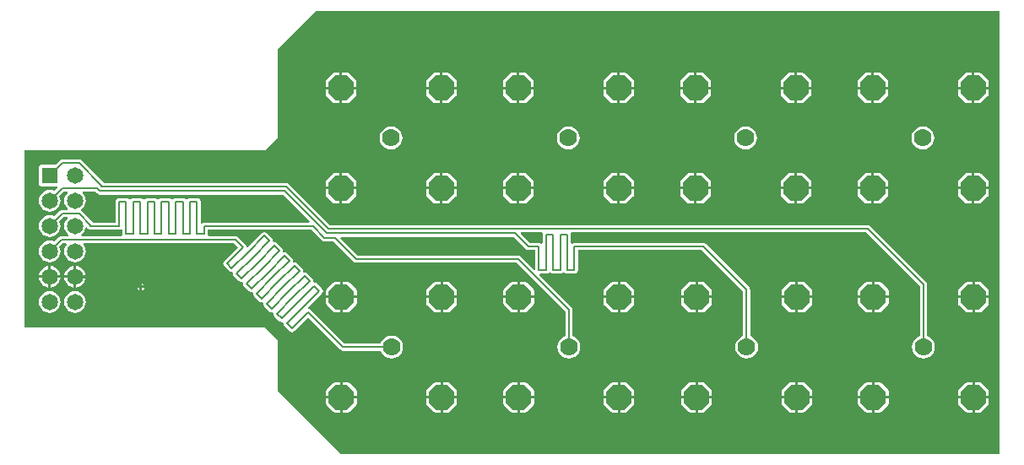
<source format=gbl>
G04 Layer_Physical_Order=2*
G04 Layer_Color=16711680*
%FSLAX25Y25*%
%MOIN*%
G70*
G01*
G75*
%ADD12C,0.01000*%
%ADD13C,0.00800*%
%ADD15C,0.06496*%
%ADD16R,0.06496X0.06496*%
%ADD17C,0.07000*%
%ADD18P,0.10824X8X202.5*%
%ADD19C,0.01000*%
G36*
X490000Y375000D02*
X230000D01*
X205000Y400000D01*
Y420000D01*
X200000Y425000D01*
X105000D01*
Y495000D01*
X200000D01*
X205000Y500000D01*
Y535000D01*
X220000Y550000D01*
X490000D01*
Y375000D01*
D02*
G37*
%LPC*%
G36*
X485820Y436499D02*
X480300D01*
Y430979D01*
X482300D01*
X482690Y431057D01*
X483021Y431278D01*
X485521Y433778D01*
X485742Y434109D01*
X485820Y434499D01*
Y436499D01*
D02*
G37*
G36*
X339300Y443019D02*
X337300D01*
X336910Y442941D01*
X336579Y442720D01*
X334079Y440220D01*
X333858Y439889D01*
X333780Y439499D01*
Y437499D01*
X339300D01*
Y443019D01*
D02*
G37*
G36*
X446220Y436499D02*
X440700D01*
Y430979D01*
X442700D01*
X443090Y431057D01*
X443421Y431278D01*
X445921Y433778D01*
X446142Y434109D01*
X446220Y434499D01*
Y436499D01*
D02*
G37*
G36*
X479300D02*
X473780D01*
Y434499D01*
X473858Y434109D01*
X474079Y433778D01*
X476579Y431278D01*
X476910Y431057D01*
X477300Y430979D01*
X479300D01*
Y436499D01*
D02*
G37*
G36*
X439700Y443019D02*
X437700D01*
X437310Y442941D01*
X436979Y442720D01*
X434479Y440220D01*
X434258Y439889D01*
X434180Y439499D01*
Y437499D01*
X439700D01*
Y443019D01*
D02*
G37*
G36*
X369900D02*
X367900D01*
X367510Y442941D01*
X367179Y442720D01*
X364679Y440220D01*
X364458Y439889D01*
X364380Y439499D01*
Y437499D01*
X369900D01*
Y443019D01*
D02*
G37*
G36*
X409500D02*
X407500D01*
X407110Y442941D01*
X406779Y442720D01*
X404279Y440220D01*
X404058Y439889D01*
X403980Y439499D01*
Y437499D01*
X409500D01*
Y443019D01*
D02*
G37*
G36*
X229700D02*
X227700D01*
X227310Y442941D01*
X226979Y442720D01*
X224479Y440220D01*
X224258Y439889D01*
X224180Y439499D01*
Y437499D01*
X229700D01*
Y443019D01*
D02*
G37*
G36*
X269300D02*
X267300D01*
X266910Y442941D01*
X266579Y442720D01*
X264079Y440220D01*
X263858Y439889D01*
X263780Y439499D01*
Y437499D01*
X269300D01*
Y443019D01*
D02*
G37*
G36*
X339300Y436499D02*
X333780D01*
Y434499D01*
X333858Y434109D01*
X334079Y433778D01*
X336579Y431278D01*
X336910Y431057D01*
X337300Y430979D01*
X339300D01*
Y436499D01*
D02*
G37*
G36*
X345820D02*
X340300D01*
Y430979D01*
X342300D01*
X342690Y431057D01*
X343021Y431278D01*
X345521Y433778D01*
X345742Y434109D01*
X345820Y434499D01*
Y436499D01*
D02*
G37*
G36*
X299700D02*
X294180D01*
Y434499D01*
X294258Y434109D01*
X294479Y433778D01*
X296979Y431278D01*
X297310Y431057D01*
X297700Y430979D01*
X299700D01*
Y436499D01*
D02*
G37*
G36*
X306220D02*
X300700D01*
Y430979D01*
X302700D01*
X303090Y431057D01*
X303421Y431278D01*
X305921Y433778D01*
X306142Y434109D01*
X306220Y434499D01*
Y436499D01*
D02*
G37*
G36*
X369900D02*
X364380D01*
Y434499D01*
X364458Y434109D01*
X364679Y433778D01*
X367179Y431278D01*
X367510Y431057D01*
X367900Y430979D01*
X369900D01*
Y436499D01*
D02*
G37*
G36*
X416020D02*
X410500D01*
Y430979D01*
X412500D01*
X412890Y431057D01*
X413221Y431278D01*
X415721Y433778D01*
X415942Y434109D01*
X416020Y434499D01*
Y436499D01*
D02*
G37*
G36*
X439700D02*
X434180D01*
Y434499D01*
X434258Y434109D01*
X434479Y433778D01*
X436979Y431278D01*
X437310Y431057D01*
X437700Y430979D01*
X439700D01*
Y436499D01*
D02*
G37*
G36*
X376420D02*
X370900D01*
Y430979D01*
X372900D01*
X373290Y431057D01*
X373621Y431278D01*
X376121Y433778D01*
X376342Y434109D01*
X376420Y434499D01*
Y436499D01*
D02*
G37*
G36*
X409500D02*
X403980D01*
Y434499D01*
X404058Y434109D01*
X404279Y433778D01*
X406779Y431278D01*
X407110Y431057D01*
X407500Y430979D01*
X409500D01*
Y436499D01*
D02*
G37*
G36*
X479300Y443019D02*
X477300D01*
X476910Y442941D01*
X476579Y442720D01*
X474079Y440220D01*
X473858Y439889D01*
X473780Y439499D01*
Y437499D01*
X479300D01*
Y443019D01*
D02*
G37*
G36*
X114500Y444500D02*
X110781D01*
X110861Y443891D01*
X111289Y442858D01*
X111970Y441970D01*
X112858Y441289D01*
X113891Y440861D01*
X114500Y440781D01*
Y444500D01*
D02*
G37*
G36*
X124500D02*
X120781D01*
X120861Y443891D01*
X121289Y442858D01*
X121970Y441970D01*
X122858Y441289D01*
X123891Y440861D01*
X124500Y440781D01*
Y444500D01*
D02*
G37*
G36*
X150500Y440500D02*
X149570D01*
X149587Y440415D01*
X149919Y439919D01*
X150415Y439587D01*
X150500Y439570D01*
Y440500D01*
D02*
G37*
G36*
X152430D02*
X151500D01*
Y439570D01*
X151585Y439587D01*
X152081Y439919D01*
X152413Y440415D01*
X152430Y440500D01*
D02*
G37*
G36*
X119219Y444500D02*
X115500D01*
Y440781D01*
X116109Y440861D01*
X117142Y441289D01*
X118030Y441970D01*
X118711Y442858D01*
X119139Y443891D01*
X119219Y444500D01*
D02*
G37*
G36*
X151500Y442430D02*
Y441500D01*
X152430D01*
X152413Y441585D01*
X152081Y442081D01*
X151585Y442413D01*
X151500Y442430D01*
D02*
G37*
G36*
X114500Y449219D02*
X113891Y449139D01*
X112858Y448711D01*
X111970Y448030D01*
X111289Y447142D01*
X110861Y446109D01*
X110781Y445500D01*
X114500D01*
Y449219D01*
D02*
G37*
G36*
X129219Y444500D02*
X125500D01*
Y440781D01*
X126109Y440861D01*
X127142Y441289D01*
X128030Y441970D01*
X128711Y442858D01*
X129139Y443891D01*
X129219Y444500D01*
D02*
G37*
G36*
X150500Y442430D02*
X150415Y442413D01*
X149919Y442081D01*
X149587Y441585D01*
X149570Y441500D01*
X150500D01*
Y442430D01*
D02*
G37*
G36*
X442700Y443019D02*
X440700D01*
Y437499D01*
X446220D01*
Y439499D01*
X446142Y439889D01*
X445921Y440220D01*
X443421Y442720D01*
X443090Y442941D01*
X442700Y443019D01*
D02*
G37*
G36*
X232700D02*
X230700D01*
Y437499D01*
X236220D01*
Y439499D01*
X236142Y439889D01*
X235921Y440220D01*
X233421Y442720D01*
X233090Y442941D01*
X232700Y443019D01*
D02*
G37*
G36*
X299700D02*
X297700D01*
X297310Y442941D01*
X296979Y442720D01*
X294479Y440220D01*
X294258Y439889D01*
X294180Y439499D01*
Y437499D01*
X299700D01*
Y443019D01*
D02*
G37*
G36*
X342300D02*
X340300D01*
Y437499D01*
X345820D01*
Y439499D01*
X345742Y439889D01*
X345521Y440220D01*
X343021Y442720D01*
X342690Y442941D01*
X342300Y443019D01*
D02*
G37*
G36*
X272300D02*
X270300D01*
Y437499D01*
X275820D01*
Y439499D01*
X275742Y439889D01*
X275521Y440220D01*
X273021Y442720D01*
X272690Y442941D01*
X272300Y443019D01*
D02*
G37*
G36*
X482300D02*
X480300D01*
Y437499D01*
X485820D01*
Y439499D01*
X485742Y439889D01*
X485521Y440220D01*
X483021Y442720D01*
X482690Y442941D01*
X482300Y443019D01*
D02*
G37*
G36*
X302700D02*
X300700D01*
Y437499D01*
X306220D01*
Y439499D01*
X306142Y439889D01*
X305921Y440220D01*
X303421Y442720D01*
X303090Y442941D01*
X302700Y443019D01*
D02*
G37*
G36*
X372900D02*
X370900D01*
Y437499D01*
X376420D01*
Y439499D01*
X376342Y439889D01*
X376121Y440220D01*
X373621Y442720D01*
X373290Y442941D01*
X372900Y443019D01*
D02*
G37*
G36*
X412500D02*
X410500D01*
Y437499D01*
X416020D01*
Y439499D01*
X415942Y439889D01*
X415721Y440220D01*
X413221Y442720D01*
X412890Y442941D01*
X412500Y443019D01*
D02*
G37*
G36*
X275820Y436499D02*
X270300D01*
Y430979D01*
X272300D01*
X272690Y431057D01*
X273021Y431278D01*
X275521Y433778D01*
X275742Y434109D01*
X275820Y434499D01*
Y436499D01*
D02*
G37*
G36*
X416020Y396899D02*
X410500D01*
Y391379D01*
X412500D01*
X412890Y391457D01*
X413221Y391678D01*
X415721Y394178D01*
X415942Y394509D01*
X416020Y394899D01*
Y396899D01*
D02*
G37*
G36*
X439700D02*
X434180D01*
Y394899D01*
X434258Y394509D01*
X434479Y394178D01*
X436979Y391678D01*
X437310Y391457D01*
X437700Y391379D01*
X439700D01*
Y396899D01*
D02*
G37*
G36*
X376420D02*
X370900D01*
Y391379D01*
X372900D01*
X373290Y391457D01*
X373621Y391678D01*
X376121Y394178D01*
X376342Y394509D01*
X376420Y394899D01*
Y396899D01*
D02*
G37*
G36*
X409500D02*
X403980D01*
Y394899D01*
X404058Y394509D01*
X404279Y394178D01*
X406779Y391678D01*
X407110Y391457D01*
X407500Y391379D01*
X409500D01*
Y396899D01*
D02*
G37*
G36*
X446220D02*
X440700D01*
Y391379D01*
X442700D01*
X443090Y391457D01*
X443421Y391678D01*
X445921Y394178D01*
X446142Y394509D01*
X446220Y394899D01*
Y396899D01*
D02*
G37*
G36*
X339300Y403419D02*
X337300D01*
X336910Y403341D01*
X336579Y403120D01*
X334079Y400620D01*
X333858Y400289D01*
X333780Y399899D01*
Y397899D01*
X339300D01*
Y403419D01*
D02*
G37*
G36*
X439700D02*
X437700D01*
X437310Y403341D01*
X436979Y403120D01*
X434479Y400620D01*
X434258Y400289D01*
X434180Y399899D01*
Y397899D01*
X439700D01*
Y403419D01*
D02*
G37*
G36*
X479300Y396899D02*
X473780D01*
Y394899D01*
X473858Y394509D01*
X474079Y394178D01*
X476579Y391678D01*
X476910Y391457D01*
X477300Y391379D01*
X479300D01*
Y396899D01*
D02*
G37*
G36*
X485820D02*
X480300D01*
Y391379D01*
X482300D01*
X482690Y391457D01*
X483021Y391678D01*
X485521Y394178D01*
X485742Y394509D01*
X485820Y394899D01*
Y396899D01*
D02*
G37*
G36*
X269300D02*
X263780D01*
Y394899D01*
X263858Y394509D01*
X264079Y394178D01*
X266579Y391678D01*
X266910Y391457D01*
X267300Y391379D01*
X269300D01*
Y396899D01*
D02*
G37*
G36*
X275820D02*
X270300D01*
Y391379D01*
X272300D01*
X272690Y391457D01*
X273021Y391678D01*
X275521Y394178D01*
X275742Y394509D01*
X275820Y394899D01*
Y396899D01*
D02*
G37*
G36*
X229700D02*
X224180D01*
Y394899D01*
X224258Y394509D01*
X224479Y394178D01*
X226979Y391678D01*
X227310Y391457D01*
X227700Y391379D01*
X229700D01*
Y396899D01*
D02*
G37*
G36*
X236220D02*
X230700D01*
Y391379D01*
X232700D01*
X233090Y391457D01*
X233421Y391678D01*
X235921Y394178D01*
X236142Y394509D01*
X236220Y394899D01*
Y396899D01*
D02*
G37*
G36*
X299700D02*
X294180D01*
Y394899D01*
X294258Y394509D01*
X294479Y394178D01*
X296979Y391678D01*
X297310Y391457D01*
X297700Y391379D01*
X299700D01*
Y396899D01*
D02*
G37*
G36*
X345820D02*
X340300D01*
Y391379D01*
X342300D01*
X342690Y391457D01*
X343021Y391678D01*
X345521Y394178D01*
X345742Y394509D01*
X345820Y394899D01*
Y396899D01*
D02*
G37*
G36*
X369900D02*
X364380D01*
Y394899D01*
X364458Y394509D01*
X364679Y394178D01*
X367179Y391678D01*
X367510Y391457D01*
X367900Y391379D01*
X369900D01*
Y396899D01*
D02*
G37*
G36*
X306220D02*
X300700D01*
Y391379D01*
X302700D01*
X303090Y391457D01*
X303421Y391678D01*
X305921Y394178D01*
X306142Y394509D01*
X306220Y394899D01*
Y396899D01*
D02*
G37*
G36*
X339300D02*
X333780D01*
Y394899D01*
X333858Y394509D01*
X334079Y394178D01*
X336579Y391678D01*
X336910Y391457D01*
X337300Y391379D01*
X339300D01*
Y396899D01*
D02*
G37*
G36*
X229700Y403419D02*
X227700D01*
X227310Y403341D01*
X226979Y403120D01*
X224479Y400620D01*
X224258Y400289D01*
X224180Y399899D01*
Y397899D01*
X229700D01*
Y403419D01*
D02*
G37*
G36*
X482300D02*
X480300D01*
Y397899D01*
X485820D01*
Y399899D01*
X485742Y400289D01*
X485521Y400620D01*
X483021Y403120D01*
X482690Y403341D01*
X482300Y403419D01*
D02*
G37*
G36*
X302700D02*
X300700D01*
Y397899D01*
X306220D01*
Y399899D01*
X306142Y400289D01*
X305921Y400620D01*
X303421Y403120D01*
X303090Y403341D01*
X302700Y403419D01*
D02*
G37*
G36*
X372900D02*
X370900D01*
Y397899D01*
X376420D01*
Y399899D01*
X376342Y400289D01*
X376121Y400620D01*
X373621Y403120D01*
X373290Y403341D01*
X372900Y403419D01*
D02*
G37*
G36*
X412500D02*
X410500D01*
Y397899D01*
X416020D01*
Y399899D01*
X415942Y400289D01*
X415721Y400620D01*
X413221Y403120D01*
X412890Y403341D01*
X412500Y403419D01*
D02*
G37*
G36*
X115000Y439285D02*
X113891Y439139D01*
X112858Y438711D01*
X111970Y438030D01*
X111289Y437142D01*
X110861Y436109D01*
X110715Y435000D01*
X110861Y433891D01*
X111289Y432858D01*
X111970Y431970D01*
X112858Y431289D01*
X113891Y430861D01*
X115000Y430715D01*
X116109Y430861D01*
X117142Y431289D01*
X118030Y431970D01*
X118711Y432858D01*
X119139Y433891D01*
X119285Y435000D01*
X119139Y436109D01*
X118711Y437142D01*
X118030Y438030D01*
X117142Y438711D01*
X116109Y439139D01*
X115000Y439285D01*
D02*
G37*
G36*
X236220Y436499D02*
X230700D01*
Y430979D01*
X232700D01*
X233090Y431057D01*
X233421Y431278D01*
X235921Y433778D01*
X236142Y434109D01*
X236220Y434499D01*
Y436499D01*
D02*
G37*
G36*
X269300D02*
X263780D01*
Y434499D01*
X263858Y434109D01*
X264079Y433778D01*
X266579Y431278D01*
X266910Y431057D01*
X267300Y430979D01*
X269300D01*
Y436499D01*
D02*
G37*
G36*
X125000Y439285D02*
X123891Y439139D01*
X122858Y438711D01*
X121970Y438030D01*
X121289Y437142D01*
X120861Y436109D01*
X120715Y435000D01*
X120861Y433891D01*
X121289Y432858D01*
X121970Y431970D01*
X122858Y431289D01*
X123891Y430861D01*
X125000Y430715D01*
X126109Y430861D01*
X127142Y431289D01*
X128030Y431970D01*
X128711Y432858D01*
X129139Y433891D01*
X129285Y435000D01*
X129139Y436109D01*
X128711Y437142D01*
X128030Y438030D01*
X127142Y438711D01*
X126109Y439139D01*
X125000Y439285D01*
D02*
G37*
G36*
X229700Y436499D02*
X224180D01*
Y434499D01*
X224258Y434109D01*
X224479Y433778D01*
X226979Y431278D01*
X227310Y431057D01*
X227700Y430979D01*
X229700D01*
Y436499D01*
D02*
G37*
G36*
X409500Y403419D02*
X407500D01*
X407110Y403341D01*
X406779Y403120D01*
X404279Y400620D01*
X404058Y400289D01*
X403980Y399899D01*
Y397899D01*
X409500D01*
Y403419D01*
D02*
G37*
G36*
X479300D02*
X477300D01*
X476910Y403341D01*
X476579Y403120D01*
X474079Y400620D01*
X473858Y400289D01*
X473780Y399899D01*
Y397899D01*
X479300D01*
Y403419D01*
D02*
G37*
G36*
X269300D02*
X267300D01*
X266910Y403341D01*
X266579Y403120D01*
X264079Y400620D01*
X263858Y400289D01*
X263780Y399899D01*
Y397899D01*
X269300D01*
Y403419D01*
D02*
G37*
G36*
X369900D02*
X367900D01*
X367510Y403341D01*
X367179Y403120D01*
X364679Y400620D01*
X364458Y400289D01*
X364380Y399899D01*
Y397899D01*
X369900D01*
Y403419D01*
D02*
G37*
G36*
X299700D02*
X297700D01*
X297310Y403341D01*
X296979Y403120D01*
X294479Y400620D01*
X294258Y400289D01*
X294180Y399899D01*
Y397899D01*
X299700D01*
Y403419D01*
D02*
G37*
G36*
X232700D02*
X230700D01*
Y397899D01*
X236220D01*
Y399899D01*
X236142Y400289D01*
X235921Y400620D01*
X233421Y403120D01*
X233090Y403341D01*
X232700Y403419D01*
D02*
G37*
G36*
X272300D02*
X270300D01*
Y397899D01*
X275820D01*
Y399899D01*
X275742Y400289D01*
X275521Y400620D01*
X273021Y403120D01*
X272690Y403341D01*
X272300Y403419D01*
D02*
G37*
G36*
X342300D02*
X340300D01*
Y397899D01*
X345820D01*
Y399899D01*
X345742Y400289D01*
X345521Y400620D01*
X343021Y403120D01*
X342690Y403341D01*
X342300Y403419D01*
D02*
G37*
G36*
X442700D02*
X440700D01*
Y397899D01*
X446220D01*
Y399899D01*
X446142Y400289D01*
X445921Y400620D01*
X443421Y403120D01*
X443090Y403341D01*
X442700Y403419D01*
D02*
G37*
G36*
X339100Y519100D02*
X333580D01*
Y517100D01*
X333658Y516710D01*
X333879Y516379D01*
X336379Y513879D01*
X336710Y513658D01*
X337100Y513580D01*
X339100D01*
Y519100D01*
D02*
G37*
G36*
X345620D02*
X340100D01*
Y513580D01*
X342100D01*
X342490Y513658D01*
X342821Y513879D01*
X345321Y516379D01*
X345542Y516710D01*
X345620Y517100D01*
Y519100D01*
D02*
G37*
G36*
X299500D02*
X293980D01*
Y517100D01*
X294058Y516710D01*
X294279Y516379D01*
X296779Y513879D01*
X297110Y513658D01*
X297500Y513580D01*
X299500D01*
Y519100D01*
D02*
G37*
G36*
X306020D02*
X300500D01*
Y513580D01*
X302500D01*
X302890Y513658D01*
X303221Y513879D01*
X305721Y516379D01*
X305942Y516710D01*
X306020Y517100D01*
Y519100D01*
D02*
G37*
G36*
X369500D02*
X363980D01*
Y517100D01*
X364058Y516710D01*
X364279Y516379D01*
X366779Y513879D01*
X367110Y513658D01*
X367500Y513580D01*
X369500D01*
Y519100D01*
D02*
G37*
G36*
X415620D02*
X410100D01*
Y513580D01*
X412100D01*
X412490Y513658D01*
X412821Y513879D01*
X415321Y516379D01*
X415542Y516710D01*
X415620Y517100D01*
Y519100D01*
D02*
G37*
G36*
X439500D02*
X433980D01*
Y517100D01*
X434058Y516710D01*
X434279Y516379D01*
X436779Y513879D01*
X437110Y513658D01*
X437500Y513580D01*
X439500D01*
Y519100D01*
D02*
G37*
G36*
X376020D02*
X370500D01*
Y513580D01*
X372500D01*
X372890Y513658D01*
X373221Y513879D01*
X375721Y516379D01*
X375942Y516710D01*
X376020Y517100D01*
Y519100D01*
D02*
G37*
G36*
X409100D02*
X403580D01*
Y517100D01*
X403658Y516710D01*
X403879Y516379D01*
X406379Y513879D01*
X406710Y513658D01*
X407100Y513580D01*
X409100D01*
Y519100D01*
D02*
G37*
G36*
X275620D02*
X270100D01*
Y513580D01*
X272100D01*
X272490Y513658D01*
X272821Y513879D01*
X275321Y516379D01*
X275542Y516710D01*
X275620Y517100D01*
Y519100D01*
D02*
G37*
G36*
X249800Y504339D02*
X248625Y504184D01*
X247531Y503731D01*
X246591Y503009D01*
X245869Y502069D01*
X245416Y500975D01*
X245261Y499800D01*
X245416Y498625D01*
X245869Y497531D01*
X246591Y496591D01*
X247531Y495869D01*
X248625Y495416D01*
X249800Y495261D01*
X250975Y495416D01*
X252069Y495869D01*
X253009Y496591D01*
X253731Y497531D01*
X254184Y498625D01*
X254339Y499800D01*
X254184Y500975D01*
X253731Y502069D01*
X253009Y503009D01*
X252069Y503731D01*
X250975Y504184D01*
X249800Y504339D01*
D02*
G37*
G36*
X319800D02*
X318625Y504184D01*
X317531Y503731D01*
X316591Y503009D01*
X315869Y502069D01*
X315416Y500975D01*
X315261Y499800D01*
X315416Y498625D01*
X315869Y497531D01*
X316591Y496591D01*
X317531Y495869D01*
X318625Y495416D01*
X319800Y495261D01*
X320975Y495416D01*
X322069Y495869D01*
X323009Y496591D01*
X323731Y497531D01*
X324184Y498625D01*
X324339Y499800D01*
X324184Y500975D01*
X323731Y502069D01*
X323009Y503009D01*
X322069Y503731D01*
X320975Y504184D01*
X319800Y504339D01*
D02*
G37*
G36*
X482100Y486020D02*
X480100D01*
Y480500D01*
X485620D01*
Y482500D01*
X485542Y482890D01*
X485321Y483221D01*
X482821Y485721D01*
X482490Y485942D01*
X482100Y486020D01*
D02*
G37*
G36*
X126573Y491427D02*
X126573Y491427D01*
X120000D01*
X120000Y491427D01*
X119454Y491319D01*
X118991Y491009D01*
X118991Y491009D01*
X117249Y489268D01*
X111752D01*
X111362Y489190D01*
X111031Y488969D01*
X110810Y488638D01*
X110732Y488248D01*
Y481752D01*
X110810Y481362D01*
X111031Y481031D01*
X111362Y480810D01*
X111752Y480732D01*
X118007D01*
X118214Y480232D01*
X116824Y478842D01*
X116109Y479139D01*
X115000Y479285D01*
X113891Y479139D01*
X112858Y478711D01*
X111970Y478030D01*
X111289Y477142D01*
X110861Y476109D01*
X110715Y475000D01*
X110861Y473891D01*
X111289Y472858D01*
X111970Y471970D01*
X112858Y471289D01*
X113891Y470861D01*
X115000Y470715D01*
X116109Y470861D01*
X117142Y471289D01*
X118030Y471970D01*
X118711Y472858D01*
X119139Y473891D01*
X119285Y475000D01*
X119139Y476109D01*
X118842Y476824D01*
X120591Y478573D01*
X121900D01*
X122061Y478099D01*
X121970Y478030D01*
X121289Y477142D01*
X120861Y476109D01*
X120715Y475000D01*
X120861Y473891D01*
X121289Y472858D01*
X121970Y471970D01*
X122061Y471901D01*
X121900Y471427D01*
X120000D01*
X120000Y471427D01*
X119454Y471319D01*
X118991Y471009D01*
X118991Y471009D01*
X116824Y468843D01*
X116109Y469139D01*
X115000Y469285D01*
X113891Y469139D01*
X112858Y468711D01*
X111970Y468030D01*
X111289Y467142D01*
X110861Y466109D01*
X110715Y465000D01*
X110861Y463891D01*
X111289Y462858D01*
X111970Y461970D01*
X112858Y461289D01*
X113891Y460861D01*
X115000Y460715D01*
X116109Y460861D01*
X117142Y461289D01*
X118030Y461970D01*
X118711Y462858D01*
X119139Y463891D01*
X119285Y465000D01*
X119139Y466109D01*
X118842Y466824D01*
X120591Y468573D01*
X121900D01*
X122061Y468099D01*
X121970Y468030D01*
X121289Y467142D01*
X120861Y466109D01*
X120715Y465000D01*
X120861Y463891D01*
X121289Y462858D01*
X121970Y461970D01*
X122485Y461575D01*
X122315Y461075D01*
X119648D01*
X119102Y460967D01*
X118639Y460657D01*
X118639Y460657D01*
X116824Y458843D01*
X116109Y459139D01*
X115000Y459285D01*
X113891Y459139D01*
X112858Y458711D01*
X111970Y458030D01*
X111289Y457142D01*
X110861Y456109D01*
X110715Y455000D01*
X110861Y453891D01*
X111289Y452858D01*
X111970Y451970D01*
X112858Y451289D01*
X113891Y450861D01*
X115000Y450715D01*
X116109Y450861D01*
X117142Y451289D01*
X118030Y451970D01*
X118711Y452858D01*
X119139Y453891D01*
X119285Y455000D01*
X119139Y456109D01*
X118842Y456824D01*
X120239Y458221D01*
X121486D01*
X121733Y457721D01*
X121289Y457142D01*
X120861Y456109D01*
X120715Y455000D01*
X120861Y453891D01*
X121289Y452858D01*
X121970Y451970D01*
X122858Y451289D01*
X123891Y450861D01*
X125000Y450715D01*
X126109Y450861D01*
X127142Y451289D01*
X128030Y451970D01*
X128711Y452858D01*
X129139Y453891D01*
X129285Y455000D01*
X129139Y456109D01*
X128711Y457142D01*
X128267Y457721D01*
X128514Y458221D01*
X187761D01*
X188333Y457649D01*
X188333Y457649D01*
X189303Y456678D01*
X183875Y451250D01*
X183565Y450787D01*
X183457Y450241D01*
X183565Y449694D01*
X183875Y449231D01*
X185855Y447251D01*
X185855Y447251D01*
X186318Y446942D01*
X186864Y446833D01*
X187023Y446865D01*
X187448Y446440D01*
X187417Y446281D01*
X187525Y445735D01*
X187835Y445271D01*
X189814Y443292D01*
X190278Y442982D01*
X190824Y442873D01*
X190983Y442905D01*
X191408Y442480D01*
X191376Y442321D01*
X191485Y441775D01*
X191794Y441312D01*
X193774Y439332D01*
X194237Y439022D01*
X194784Y438914D01*
X194942Y438945D01*
X195368Y438520D01*
X195336Y438361D01*
X195445Y437815D01*
X195754Y437352D01*
X197734Y435372D01*
X197734Y435372D01*
X198197Y435062D01*
X198743Y434954D01*
X198902Y434985D01*
X199328Y434560D01*
X199296Y434401D01*
X199405Y433855D01*
X199714Y433392D01*
X201694Y431412D01*
X201694Y431412D01*
X202157Y431103D01*
X202703Y430994D01*
X202862Y431026D01*
X203287Y430600D01*
X203256Y430442D01*
X203364Y429895D01*
X203674Y429432D01*
X205654Y427452D01*
X205654Y427452D01*
X206117Y427143D01*
X206663Y427034D01*
X206822Y427066D01*
X207247Y426641D01*
X207215Y426482D01*
X207324Y425936D01*
X207634Y425472D01*
X209613Y423492D01*
X210077Y423183D01*
X210623Y423074D01*
X211169Y423183D01*
X211632Y423492D01*
X217060Y428921D01*
X229792Y416190D01*
X229792Y416190D01*
X230255Y415880D01*
X230801Y415772D01*
X245721D01*
X246069Y414930D01*
X246791Y413990D01*
X247731Y413268D01*
X248825Y412815D01*
X250000Y412660D01*
X251175Y412815D01*
X252269Y413268D01*
X253209Y413990D01*
X253931Y414930D01*
X254384Y416024D01*
X254539Y417199D01*
X254384Y418374D01*
X253931Y419468D01*
X253209Y420408D01*
X252269Y421130D01*
X251175Y421583D01*
X250000Y421738D01*
X248825Y421583D01*
X247731Y421130D01*
X246791Y420408D01*
X246069Y419468D01*
X245721Y418626D01*
X231392D01*
X218070Y431949D01*
X217607Y432258D01*
X217222Y432335D01*
X217030Y432775D01*
X217025Y432845D01*
X222528Y438348D01*
X222837Y438811D01*
X222946Y439357D01*
X222837Y439903D01*
X222528Y440366D01*
X222528Y440366D01*
X220548Y442346D01*
X220548Y442346D01*
X220085Y442656D01*
X219538Y442764D01*
X219380Y442733D01*
X218954Y443158D01*
X218986Y443317D01*
X218877Y443863D01*
X218568Y444326D01*
X218568Y444326D01*
X216588Y446306D01*
X216125Y446616D01*
X215579Y446724D01*
X215420Y446693D01*
X214995Y447118D01*
X215026Y447277D01*
X214917Y447823D01*
X214608Y448286D01*
X214608Y448286D01*
X212628Y450266D01*
X212165Y450575D01*
X211619Y450684D01*
X211460Y450652D01*
X211035Y451078D01*
X211066Y451236D01*
X210958Y451783D01*
X210648Y452246D01*
X210648Y452246D01*
X208668Y454226D01*
X208205Y454535D01*
X207659Y454644D01*
X207500Y454612D01*
X207473Y454619D01*
X207075Y455037D01*
X207107Y455196D01*
X206998Y455743D01*
X206688Y456206D01*
X204709Y458185D01*
X204245Y458495D01*
X203699Y458604D01*
X203540Y458572D01*
X203122Y458971D01*
X203115Y458997D01*
X203147Y459156D01*
X203038Y459702D01*
X202729Y460165D01*
X202729Y460165D01*
X200749Y462145D01*
X200749Y462145D01*
X200286Y462455D01*
X199739Y462563D01*
X199193Y462455D01*
X198730Y462145D01*
X193227Y456643D01*
X193157Y456648D01*
X192717Y456840D01*
X192641Y457224D01*
X192331Y457688D01*
X192331Y457688D01*
X190351Y459667D01*
X190351Y459667D01*
X189361Y460657D01*
X188898Y460967D01*
X188352Y461075D01*
X188352Y461075D01*
X177733D01*
X177376Y461575D01*
X177427Y461834D01*
Y463573D01*
X218318D01*
X222499Y459391D01*
X222499Y459391D01*
X222963Y459081D01*
X223509Y458973D01*
X227009D01*
X234991Y450991D01*
X234991Y450991D01*
X235454Y450681D01*
X236000Y450573D01*
X299409D01*
X318573Y431409D01*
Y421479D01*
X317731Y421130D01*
X316791Y420408D01*
X316069Y419468D01*
X315616Y418374D01*
X315461Y417199D01*
X315616Y416024D01*
X316069Y414930D01*
X316791Y413990D01*
X317731Y413268D01*
X318825Y412815D01*
X320000Y412660D01*
X321175Y412815D01*
X322269Y413268D01*
X323209Y413990D01*
X323931Y414930D01*
X324384Y416024D01*
X324539Y417199D01*
X324384Y418374D01*
X323931Y419468D01*
X323209Y420408D01*
X322269Y421130D01*
X321427Y421479D01*
Y432000D01*
X321427Y432000D01*
X321319Y432546D01*
X321009Y433009D01*
X321009Y433009D01*
X308335Y445683D01*
X308543Y446183D01*
X311000D01*
X311546Y446292D01*
X312009Y446601D01*
X312099Y446736D01*
X312701D01*
X312791Y446601D01*
X313254Y446292D01*
X313800Y446183D01*
X316600D01*
X317146Y446292D01*
X317609Y446601D01*
X317699Y446736D01*
X318301D01*
X318391Y446601D01*
X318854Y446292D01*
X319400Y446183D01*
X322200D01*
X322746Y446292D01*
X323209Y446601D01*
X323519Y447064D01*
X323627Y447611D01*
Y455573D01*
X372409D01*
X388773Y439209D01*
Y421479D01*
X387931Y421130D01*
X386991Y420408D01*
X386269Y419468D01*
X385816Y418374D01*
X385661Y417199D01*
X385816Y416024D01*
X386269Y414930D01*
X386991Y413990D01*
X387931Y413268D01*
X389025Y412815D01*
X390200Y412660D01*
X391375Y412815D01*
X392469Y413268D01*
X393409Y413990D01*
X394131Y414930D01*
X394584Y416024D01*
X394739Y417199D01*
X394584Y418374D01*
X394131Y419468D01*
X393409Y420408D01*
X392469Y421130D01*
X391627Y421479D01*
Y439800D01*
X391519Y440346D01*
X391209Y440809D01*
X391209Y440809D01*
X374009Y458009D01*
X373546Y458319D01*
X373000Y458427D01*
X373000Y458427D01*
X322200D01*
X321654Y458319D01*
X321327Y458101D01*
X320881Y458276D01*
X320827Y458322D01*
Y461589D01*
X320731Y462073D01*
X320800Y462288D01*
X320952Y462573D01*
X437409D01*
X458573Y441409D01*
Y421479D01*
X457731Y421130D01*
X456791Y420408D01*
X456069Y419468D01*
X455616Y418374D01*
X455461Y417199D01*
X455616Y416024D01*
X456069Y414930D01*
X456791Y413990D01*
X457731Y413268D01*
X458825Y412815D01*
X460000Y412660D01*
X461175Y412815D01*
X462269Y413268D01*
X463209Y413990D01*
X463931Y414930D01*
X464384Y416024D01*
X464539Y417199D01*
X464384Y418374D01*
X463931Y419468D01*
X463209Y420408D01*
X462269Y421130D01*
X461427Y421479D01*
Y442000D01*
X461427Y442000D01*
X461319Y442546D01*
X461009Y443009D01*
X461009Y443009D01*
X439009Y465009D01*
X438546Y465319D01*
X438000Y465427D01*
X438000Y465427D01*
X225591D01*
X209362Y481657D01*
X208899Y481966D01*
X208353Y482075D01*
X208353Y482075D01*
X136517D01*
X127583Y491009D01*
X127120Y491319D01*
X126573Y491427D01*
D02*
G37*
G36*
X389800Y504339D02*
X388625Y504184D01*
X387531Y503731D01*
X386591Y503009D01*
X385869Y502069D01*
X385416Y500975D01*
X385261Y499800D01*
X385416Y498625D01*
X385869Y497531D01*
X386591Y496591D01*
X387531Y495869D01*
X388625Y495416D01*
X389800Y495261D01*
X390975Y495416D01*
X392069Y495869D01*
X393009Y496591D01*
X393731Y497531D01*
X394184Y498625D01*
X394339Y499800D01*
X394184Y500975D01*
X393731Y502069D01*
X393009Y503009D01*
X392069Y503731D01*
X390975Y504184D01*
X389800Y504339D01*
D02*
G37*
G36*
X236020Y519100D02*
X230500D01*
Y513580D01*
X232500D01*
X232890Y513658D01*
X233221Y513879D01*
X235721Y516379D01*
X235942Y516710D01*
X236020Y517100D01*
Y519100D01*
D02*
G37*
G36*
X269100D02*
X263580D01*
Y517100D01*
X263658Y516710D01*
X263879Y516379D01*
X266379Y513879D01*
X266710Y513658D01*
X267100Y513580D01*
X269100D01*
Y519100D01*
D02*
G37*
G36*
X459800Y504339D02*
X458625Y504184D01*
X457531Y503731D01*
X456591Y503009D01*
X455869Y502069D01*
X455416Y500975D01*
X455261Y499800D01*
X455416Y498625D01*
X455869Y497531D01*
X456591Y496591D01*
X457531Y495869D01*
X458625Y495416D01*
X459800Y495261D01*
X460975Y495416D01*
X462069Y495869D01*
X463009Y496591D01*
X463731Y497531D01*
X464184Y498625D01*
X464339Y499800D01*
X464184Y500975D01*
X463731Y502069D01*
X463009Y503009D01*
X462069Y503731D01*
X460975Y504184D01*
X459800Y504339D01*
D02*
G37*
G36*
X229500Y519100D02*
X223980D01*
Y517100D01*
X224058Y516710D01*
X224279Y516379D01*
X226779Y513879D01*
X227110Y513658D01*
X227500Y513580D01*
X229500D01*
Y519100D01*
D02*
G37*
G36*
X372500Y525620D02*
X370500D01*
Y520100D01*
X376020D01*
Y522100D01*
X375942Y522490D01*
X375721Y522821D01*
X373221Y525321D01*
X372890Y525542D01*
X372500Y525620D01*
D02*
G37*
G36*
X409100D02*
X407100D01*
X406710Y525542D01*
X406379Y525321D01*
X403879Y522821D01*
X403658Y522490D01*
X403580Y522100D01*
Y520100D01*
X409100D01*
Y525620D01*
D02*
G37*
G36*
X342100D02*
X340100D01*
Y520100D01*
X345620D01*
Y522100D01*
X345542Y522490D01*
X345321Y522821D01*
X342821Y525321D01*
X342490Y525542D01*
X342100Y525620D01*
D02*
G37*
G36*
X369500D02*
X367500D01*
X367110Y525542D01*
X366779Y525321D01*
X364279Y522821D01*
X364058Y522490D01*
X363980Y522100D01*
Y520100D01*
X369500D01*
Y525620D01*
D02*
G37*
G36*
X412100D02*
X410100D01*
Y520100D01*
X415620D01*
Y522100D01*
X415542Y522490D01*
X415321Y522821D01*
X412821Y525321D01*
X412490Y525542D01*
X412100Y525620D01*
D02*
G37*
G36*
X479100D02*
X477100D01*
X476710Y525542D01*
X476379Y525321D01*
X473879Y522821D01*
X473658Y522490D01*
X473580Y522100D01*
Y520100D01*
X479100D01*
Y525620D01*
D02*
G37*
G36*
X482100D02*
X480100D01*
Y520100D01*
X485620D01*
Y522100D01*
X485542Y522490D01*
X485321Y522821D01*
X482821Y525321D01*
X482490Y525542D01*
X482100Y525620D01*
D02*
G37*
G36*
X439500D02*
X437500D01*
X437110Y525542D01*
X436779Y525321D01*
X434279Y522821D01*
X434058Y522490D01*
X433980Y522100D01*
Y520100D01*
X439500D01*
Y525620D01*
D02*
G37*
G36*
X442500D02*
X440500D01*
Y520100D01*
X446020D01*
Y522100D01*
X445942Y522490D01*
X445721Y522821D01*
X443221Y525321D01*
X442890Y525542D01*
X442500Y525620D01*
D02*
G37*
G36*
X339100D02*
X337100D01*
X336710Y525542D01*
X336379Y525321D01*
X333879Y522821D01*
X333658Y522490D01*
X333580Y522100D01*
Y520100D01*
X339100D01*
Y525620D01*
D02*
G37*
G36*
X485620Y519100D02*
X480100D01*
Y513580D01*
X482100D01*
X482490Y513658D01*
X482821Y513879D01*
X485321Y516379D01*
X485542Y516710D01*
X485620Y517100D01*
Y519100D01*
D02*
G37*
G36*
X229500Y525620D02*
X227500D01*
X227110Y525542D01*
X226779Y525321D01*
X224279Y522821D01*
X224058Y522490D01*
X223980Y522100D01*
Y520100D01*
X229500D01*
Y525620D01*
D02*
G37*
G36*
X446020Y519100D02*
X440500D01*
Y513580D01*
X442500D01*
X442890Y513658D01*
X443221Y513879D01*
X445721Y516379D01*
X445942Y516710D01*
X446020Y517100D01*
Y519100D01*
D02*
G37*
G36*
X479100D02*
X473580D01*
Y517100D01*
X473658Y516710D01*
X473879Y516379D01*
X476379Y513879D01*
X476710Y513658D01*
X477100Y513580D01*
X479100D01*
Y519100D01*
D02*
G37*
G36*
X232500Y525620D02*
X230500D01*
Y520100D01*
X236020D01*
Y522100D01*
X235942Y522490D01*
X235721Y522821D01*
X233221Y525321D01*
X232890Y525542D01*
X232500Y525620D01*
D02*
G37*
G36*
X299500D02*
X297500D01*
X297110Y525542D01*
X296779Y525321D01*
X294279Y522821D01*
X294058Y522490D01*
X293980Y522100D01*
Y520100D01*
X299500D01*
Y525620D01*
D02*
G37*
G36*
X302500D02*
X300500D01*
Y520100D01*
X306020D01*
Y522100D01*
X305942Y522490D01*
X305721Y522821D01*
X303221Y525321D01*
X302890Y525542D01*
X302500Y525620D01*
D02*
G37*
G36*
X269100D02*
X267100D01*
X266710Y525542D01*
X266379Y525321D01*
X263879Y522821D01*
X263658Y522490D01*
X263580Y522100D01*
Y520100D01*
X269100D01*
Y525620D01*
D02*
G37*
G36*
X272100D02*
X270100D01*
Y520100D01*
X275620D01*
Y522100D01*
X275542Y522490D01*
X275321Y522821D01*
X272821Y525321D01*
X272490Y525542D01*
X272100Y525620D01*
D02*
G37*
G36*
X369500Y479500D02*
X363980D01*
Y477500D01*
X364058Y477110D01*
X364279Y476779D01*
X366779Y474279D01*
X367110Y474058D01*
X367500Y473980D01*
X369500D01*
Y479500D01*
D02*
G37*
G36*
X376020D02*
X370500D01*
Y473980D01*
X372500D01*
X372890Y474058D01*
X373221Y474279D01*
X375721Y476779D01*
X375942Y477110D01*
X376020Y477500D01*
Y479500D01*
D02*
G37*
G36*
X339100D02*
X333580D01*
Y477500D01*
X333658Y477110D01*
X333879Y476779D01*
X336379Y474279D01*
X336710Y474058D01*
X337100Y473980D01*
X339100D01*
Y479500D01*
D02*
G37*
G36*
X345620D02*
X340100D01*
Y473980D01*
X342100D01*
X342490Y474058D01*
X342821Y474279D01*
X345321Y476779D01*
X345542Y477110D01*
X345620Y477500D01*
Y479500D01*
D02*
G37*
G36*
X439500D02*
X433980D01*
Y477500D01*
X434058Y477110D01*
X434279Y476779D01*
X436779Y474279D01*
X437110Y474058D01*
X437500Y473980D01*
X439500D01*
Y479500D01*
D02*
G37*
G36*
X446020D02*
X440500D01*
Y473980D01*
X442500D01*
X442890Y474058D01*
X443221Y474279D01*
X445721Y476779D01*
X445942Y477110D01*
X446020Y477500D01*
Y479500D01*
D02*
G37*
G36*
X409100D02*
X403580D01*
Y477500D01*
X403658Y477110D01*
X403879Y476779D01*
X406379Y474279D01*
X406710Y474058D01*
X407100Y473980D01*
X409100D01*
Y479500D01*
D02*
G37*
G36*
X415620D02*
X410100D01*
Y473980D01*
X412100D01*
X412490Y474058D01*
X412821Y474279D01*
X415321Y476779D01*
X415542Y477110D01*
X415620Y477500D01*
Y479500D01*
D02*
G37*
G36*
X306020D02*
X300500D01*
Y473980D01*
X302500D01*
X302890Y474058D01*
X303221Y474279D01*
X305721Y476779D01*
X305942Y477110D01*
X306020Y477500D01*
Y479500D01*
D02*
G37*
G36*
X125500Y449219D02*
Y445500D01*
X129219D01*
X129139Y446109D01*
X128711Y447142D01*
X128030Y448030D01*
X127142Y448711D01*
X126109Y449139D01*
X125500Y449219D01*
D02*
G37*
G36*
X229500Y479500D02*
X223980D01*
Y477500D01*
X224058Y477110D01*
X224279Y476779D01*
X226779Y474279D01*
X227110Y474058D01*
X227500Y473980D01*
X229500D01*
Y479500D01*
D02*
G37*
G36*
X124500Y449219D02*
X123891Y449139D01*
X122858Y448711D01*
X121970Y448030D01*
X121289Y447142D01*
X120861Y446109D01*
X120781Y445500D01*
X124500D01*
Y449219D01*
D02*
G37*
G36*
X115500D02*
Y445500D01*
X119219D01*
X119139Y446109D01*
X118711Y447142D01*
X118030Y448030D01*
X117142Y448711D01*
X116109Y449139D01*
X115500Y449219D01*
D02*
G37*
G36*
X275620Y479500D02*
X270100D01*
Y473980D01*
X272100D01*
X272490Y474058D01*
X272821Y474279D01*
X275321Y476779D01*
X275542Y477110D01*
X275620Y477500D01*
Y479500D01*
D02*
G37*
G36*
X299500D02*
X293980D01*
Y477500D01*
X294058Y477110D01*
X294279Y476779D01*
X296779Y474279D01*
X297110Y474058D01*
X297500Y473980D01*
X299500D01*
Y479500D01*
D02*
G37*
G36*
X236020D02*
X230500D01*
Y473980D01*
X232500D01*
X232890Y474058D01*
X233221Y474279D01*
X235721Y476779D01*
X235942Y477110D01*
X236020Y477500D01*
Y479500D01*
D02*
G37*
G36*
X269100D02*
X263580D01*
Y477500D01*
X263658Y477110D01*
X263879Y476779D01*
X266379Y474279D01*
X266710Y474058D01*
X267100Y473980D01*
X269100D01*
Y479500D01*
D02*
G37*
G36*
X372500Y486020D02*
X370500D01*
Y480500D01*
X376020D01*
Y482500D01*
X375942Y482890D01*
X375721Y483221D01*
X373221Y485721D01*
X372890Y485942D01*
X372500Y486020D01*
D02*
G37*
G36*
X409100D02*
X407100D01*
X406710Y485942D01*
X406379Y485721D01*
X403879Y483221D01*
X403658Y482890D01*
X403580Y482500D01*
Y480500D01*
X409100D01*
Y486020D01*
D02*
G37*
G36*
X342100D02*
X340100D01*
Y480500D01*
X345620D01*
Y482500D01*
X345542Y482890D01*
X345321Y483221D01*
X342821Y485721D01*
X342490Y485942D01*
X342100Y486020D01*
D02*
G37*
G36*
X369500D02*
X367500D01*
X367110Y485942D01*
X366779Y485721D01*
X364279Y483221D01*
X364058Y482890D01*
X363980Y482500D01*
Y480500D01*
X369500D01*
Y486020D01*
D02*
G37*
G36*
X442500D02*
X440500D01*
Y480500D01*
X446020D01*
Y482500D01*
X445942Y482890D01*
X445721Y483221D01*
X443221Y485721D01*
X442890Y485942D01*
X442500Y486020D01*
D02*
G37*
G36*
X479100D02*
X477100D01*
X476710Y485942D01*
X476379Y485721D01*
X473879Y483221D01*
X473658Y482890D01*
X473580Y482500D01*
Y480500D01*
X479100D01*
Y486020D01*
D02*
G37*
G36*
X412100D02*
X410100D01*
Y480500D01*
X415620D01*
Y482500D01*
X415542Y482890D01*
X415321Y483221D01*
X412821Y485721D01*
X412490Y485942D01*
X412100Y486020D01*
D02*
G37*
G36*
X439500D02*
X437500D01*
X437110Y485942D01*
X436779Y485721D01*
X434279Y483221D01*
X434058Y482890D01*
X433980Y482500D01*
Y480500D01*
X439500D01*
Y486020D01*
D02*
G37*
G36*
X339100D02*
X337100D01*
X336710Y485942D01*
X336379Y485721D01*
X333879Y483221D01*
X333658Y482890D01*
X333580Y482500D01*
Y480500D01*
X339100D01*
Y486020D01*
D02*
G37*
G36*
X479100Y479500D02*
X473580D01*
Y477500D01*
X473658Y477110D01*
X473879Y476779D01*
X476379Y474279D01*
X476710Y474058D01*
X477100Y473980D01*
X479100D01*
Y479500D01*
D02*
G37*
G36*
X232500Y486020D02*
X230500D01*
Y480500D01*
X236020D01*
Y482500D01*
X235942Y482890D01*
X235721Y483221D01*
X233221Y485721D01*
X232890Y485942D01*
X232500Y486020D01*
D02*
G37*
G36*
X229500D02*
X227500D01*
X227110Y485942D01*
X226779Y485721D01*
X224279Y483221D01*
X224058Y482890D01*
X223980Y482500D01*
Y480500D01*
X229500D01*
Y486020D01*
D02*
G37*
G36*
X485620Y479500D02*
X480100D01*
Y473980D01*
X482100D01*
X482490Y474058D01*
X482821Y474279D01*
X485321Y476779D01*
X485542Y477110D01*
X485620Y477500D01*
Y479500D01*
D02*
G37*
G36*
X299500Y486020D02*
X297500D01*
X297110Y485942D01*
X296779Y485721D01*
X294279Y483221D01*
X294058Y482890D01*
X293980Y482500D01*
Y480500D01*
X299500D01*
Y486020D01*
D02*
G37*
G36*
X302500D02*
X300500D01*
Y480500D01*
X306020D01*
Y482500D01*
X305942Y482890D01*
X305721Y483221D01*
X303221Y485721D01*
X302890Y485942D01*
X302500Y486020D01*
D02*
G37*
G36*
X269100D02*
X267100D01*
X266710Y485942D01*
X266379Y485721D01*
X263879Y483221D01*
X263658Y482890D01*
X263580Y482500D01*
Y480500D01*
X269100D01*
Y486020D01*
D02*
G37*
G36*
X272100D02*
X270100D01*
Y480500D01*
X275620D01*
Y482500D01*
X275542Y482890D01*
X275321Y483221D01*
X272821Y485721D01*
X272490Y485942D01*
X272100Y486020D01*
D02*
G37*
%LPD*%
G36*
X302991Y455991D02*
X303454Y455681D01*
X304000Y455573D01*
X304000Y455573D01*
X306773D01*
Y447953D01*
X306273Y447746D01*
X301009Y453009D01*
X300546Y453319D01*
X300000Y453427D01*
X300000Y453427D01*
X236591D01*
X229708Y460311D01*
X229899Y460773D01*
X298209D01*
X302991Y455991D01*
D02*
G37*
G36*
X133754Y477838D02*
X133754Y477838D01*
X134217Y477528D01*
X134763Y477420D01*
X134763Y477420D01*
X207016D01*
X217546Y466889D01*
X217355Y466427D01*
X176000D01*
X175454Y466319D01*
X175127Y466101D01*
X174681Y466276D01*
X174627Y466322D01*
Y474614D01*
X174519Y475160D01*
X174209Y475623D01*
X173746Y475933D01*
X173200Y476041D01*
X170400D01*
X169854Y475933D01*
X169391Y475623D01*
X169301Y475489D01*
X168699D01*
X168609Y475623D01*
X168146Y475933D01*
X167600Y476041D01*
X164800D01*
X164254Y475933D01*
X163791Y475623D01*
X163701Y475489D01*
X163099D01*
X163009Y475623D01*
X162546Y475933D01*
X162000Y476041D01*
X159200D01*
X158654Y475933D01*
X158191Y475623D01*
X158101Y475489D01*
X157499D01*
X157409Y475623D01*
X156946Y475933D01*
X156400Y476041D01*
X153600D01*
X153054Y475933D01*
X152591Y475623D01*
X152501Y475489D01*
X151899D01*
X151809Y475623D01*
X151346Y475933D01*
X150800Y476041D01*
X148000D01*
X147454Y475933D01*
X146991Y475623D01*
X146901Y475489D01*
X146299D01*
X146209Y475623D01*
X145746Y475933D01*
X145200Y476041D01*
X142400D01*
X141854Y475933D01*
X141391Y475623D01*
X141081Y475160D01*
X140973Y474614D01*
Y466427D01*
X132165D01*
X127590Y471002D01*
X127513Y471085D01*
X127532Y471588D01*
X128030Y471970D01*
X128711Y472858D01*
X129139Y473891D01*
X129285Y475000D01*
X129139Y476109D01*
X128711Y477142D01*
X128030Y478030D01*
X127939Y478099D01*
X128100Y478573D01*
X133019D01*
X133754Y477838D01*
D02*
G37*
G36*
X129837Y464454D02*
X130146Y463991D01*
X130610Y463681D01*
X131156Y463573D01*
X142400D01*
X142946Y463681D01*
X143273Y463899D01*
X143719Y463724D01*
X143773Y463678D01*
Y461834D01*
X143824Y461575D01*
X143467Y461075D01*
X127685D01*
X127515Y461575D01*
X128030Y461970D01*
X128711Y462858D01*
X129139Y463891D01*
X129172Y464146D01*
X129722Y464492D01*
X129837Y464454D01*
D02*
G37*
G36*
X309600Y462288D02*
X309669Y462073D01*
X309573Y461589D01*
Y458322D01*
X309519Y458276D01*
X309073Y458101D01*
X308746Y458319D01*
X308200Y458427D01*
X304591D01*
X300908Y462111D01*
X301099Y462573D01*
X309448D01*
X309600Y462288D01*
D02*
G37*
D12*
X147000Y445000D02*
X151000Y441000D01*
X125000Y445000D02*
X147000D01*
D13*
X390200Y417199D02*
Y439800D01*
X373000Y457000D02*
X390200Y439800D01*
X342000Y457000D02*
X373000D01*
X322200D02*
X342000D01*
X322200Y447611D02*
Y457000D01*
X319400Y447611D02*
X322200D01*
X319400D02*
Y457000D01*
Y461589D01*
X316600D02*
X319400D01*
X316600Y457000D02*
Y461589D01*
Y447611D02*
Y457000D01*
X313800Y447611D02*
X316600D01*
X313800D02*
Y457000D01*
Y461589D01*
X311000D02*
X313800D01*
X311000Y457000D02*
Y461589D01*
Y447611D02*
Y457000D01*
X308200Y447611D02*
X311000D01*
X308200D02*
Y457000D01*
X305400D02*
X308200D01*
X304000D02*
X305400D01*
X298800Y462200D02*
X304000Y457000D01*
X224254Y462200D02*
X298800D01*
X207607Y478847D02*
X224254Y462200D01*
X134763Y478847D02*
X207607D01*
X133610Y480000D02*
X134763Y478847D01*
X120000Y480000D02*
X133610D01*
X115000Y475000D02*
X120000Y480000D01*
X320000Y417199D02*
Y432000D01*
X300000Y452000D02*
X320000Y432000D01*
X236000Y452000D02*
X300000D01*
X227600Y460400D02*
X236000Y452000D01*
X223509Y460400D02*
X227600D01*
X218909Y465000D02*
X223509Y460400D01*
X190000Y465000D02*
X218909D01*
X131156D02*
X141000D01*
X176000D02*
X190000D01*
X176000Y461834D02*
Y465000D01*
X173200Y461834D02*
X176000D01*
X173200D02*
Y465000D01*
Y474614D01*
X170400D02*
X173200D01*
X170400Y465000D02*
Y474614D01*
Y461834D02*
Y465000D01*
X167600Y461834D02*
X170400D01*
X167600D02*
Y465000D01*
Y474614D01*
X164800D02*
X167600D01*
X164800Y465000D02*
Y474614D01*
Y461834D02*
Y465000D01*
X162000Y461834D02*
X164800D01*
X162000D02*
Y465000D01*
Y474614D01*
X159200D02*
X162000D01*
X159200Y465000D02*
Y474614D01*
Y461834D02*
Y465000D01*
X156400Y461834D02*
X159200D01*
X156400D02*
Y465000D01*
Y474614D01*
X153600D02*
X156400D01*
X153600Y465000D02*
Y474614D01*
Y461834D02*
Y465000D01*
X150800Y461834D02*
X153600D01*
X150800D02*
Y465000D01*
Y474614D01*
X148000D02*
X150800D01*
X148000Y465000D02*
Y474614D01*
Y461834D02*
Y465000D01*
X145200Y461834D02*
X148000D01*
X145200D02*
Y465000D01*
Y474614D01*
X142400D02*
X145200D01*
X142400Y465000D02*
Y474614D01*
X141000Y465000D02*
X142400D01*
X230801Y417199D02*
X250000D01*
X217060Y430939D02*
X230801Y417199D01*
X210623Y424502D02*
X217060Y430939D01*
X208643Y426482D02*
X210623Y424502D01*
X208643Y426482D02*
X215081Y432919D01*
X221518Y439357D01*
X219538Y441337D02*
X221518Y439357D01*
X213101Y434899D02*
X219538Y441337D01*
X206663Y428462D02*
X213101Y434899D01*
X204683Y430442D02*
X206663Y428462D01*
X204683Y430442D02*
X211121Y436879D01*
X217559Y443317D01*
X215579Y445297D02*
X217559Y443317D01*
X209141Y438859D02*
X215579Y445297D01*
X202703Y432421D02*
X209141Y438859D01*
X200723Y434401D02*
X202703Y432421D01*
X200723Y434401D02*
X207161Y440839D01*
X213599Y447277D01*
X211619Y449257D02*
X213599Y447277D01*
X205181Y442819D02*
X211619Y449257D01*
X198743Y436381D02*
X205181Y442819D01*
X196764Y438361D02*
X198743Y436381D01*
X196764Y438361D02*
X203201Y444799D01*
X209639Y451236D01*
X207659Y453216D02*
X209639Y451236D01*
X201221Y446779D02*
X207659Y453216D01*
X194784Y440341D02*
X201221Y446779D01*
X192804Y442321D02*
X194784Y440341D01*
X192804Y442321D02*
X199241Y448759D01*
X205679Y455196D01*
X203699Y457176D02*
X205679Y455196D01*
X197262Y450738D02*
X203699Y457176D01*
X190824Y444301D02*
X197262Y450738D01*
X188844Y446281D02*
X190824Y444301D01*
X188844Y446281D02*
X195282Y452718D01*
X201719Y459156D01*
X199739Y461136D02*
X201719Y459156D01*
X193302Y454698D02*
X199739Y461136D01*
X186864Y448261D02*
X193302Y454698D01*
X184884Y450241D02*
X186864Y448261D01*
X184884Y450241D02*
X191322Y456678D01*
X189342Y458658D02*
X191322Y456678D01*
X188352Y459648D02*
X189342Y458658D01*
X119648Y459648D02*
X188352D01*
X115000Y455000D02*
X119648Y459648D01*
X115000Y465000D02*
X120000Y470000D01*
X126573D01*
X131156Y465417D01*
Y465000D02*
Y465417D01*
X115000Y485000D02*
X120000Y490000D01*
X126573D01*
X135509Y481065D01*
Y480647D02*
Y481065D01*
Y480647D02*
X208353D01*
X460000Y417199D02*
Y442000D01*
X438000Y464000D02*
X460000Y442000D01*
X225000Y464000D02*
X438000D01*
X208353Y480647D02*
X225000Y464000D01*
X115000Y475000D02*
X116803Y473197D01*
D15*
X125000Y435000D02*
D03*
X115000D02*
D03*
X125000Y445000D02*
D03*
X115000D02*
D03*
X125000Y455000D02*
D03*
X115000D02*
D03*
X125000Y465000D02*
D03*
X115000D02*
D03*
X125000Y475000D02*
D03*
X115000D02*
D03*
X125000Y485000D02*
D03*
D16*
X115000D02*
D03*
D17*
X250000Y417199D02*
D03*
X320000D02*
D03*
X390200D02*
D03*
X460000D02*
D03*
X459800Y499800D02*
D03*
X389800D02*
D03*
X319800D02*
D03*
X249800D02*
D03*
D18*
X269800Y436999D02*
D03*
X230200D02*
D03*
X269800Y397399D02*
D03*
X230200D02*
D03*
X339800Y436999D02*
D03*
X300200D02*
D03*
X339800Y397399D02*
D03*
X300200D02*
D03*
X410000Y436999D02*
D03*
X370400D02*
D03*
X410000Y397399D02*
D03*
X370400D02*
D03*
X479800Y436999D02*
D03*
X440200D02*
D03*
X479800Y397399D02*
D03*
X440200D02*
D03*
X440000Y480000D02*
D03*
X479600D02*
D03*
X440000Y519600D02*
D03*
X479600D02*
D03*
X370000Y480000D02*
D03*
X409600D02*
D03*
X370000Y519600D02*
D03*
X409600D02*
D03*
X300000Y480000D02*
D03*
X339600D02*
D03*
X300000Y519600D02*
D03*
X339600D02*
D03*
X230000Y480000D02*
D03*
X269600D02*
D03*
X230000Y519600D02*
D03*
X269600D02*
D03*
D19*
X151000Y441000D02*
D03*
M02*

</source>
